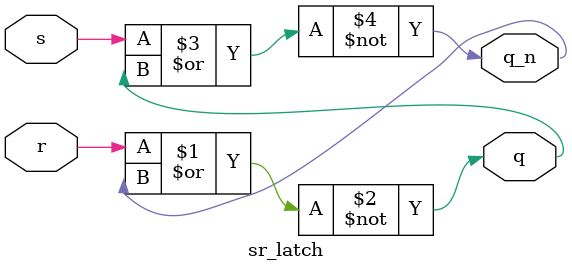
<source format=v>
module sr_latch
(
	input s,
	input r,
	output q,
	output q_n
);
	assign q = ~ ( r | q_n ) ;
	assign q_n = ~ ( s | q ) ;
endmodule

</source>
